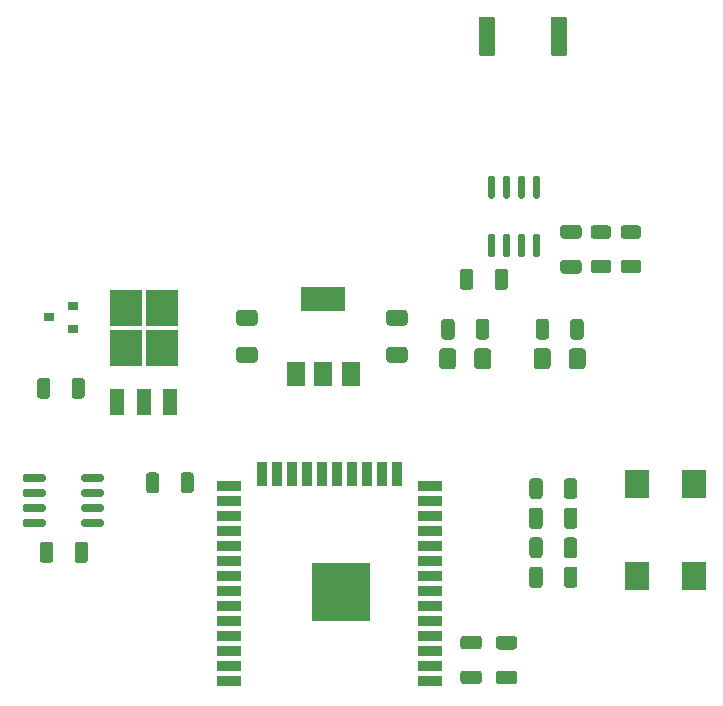
<source format=gbr>
%TF.GenerationSoftware,KiCad,Pcbnew,(5.1.7)-1*%
%TF.CreationDate,2021-01-13T20:34:28+01:00*%
%TF.ProjectId,HotPlateController,486f7450-6c61-4746-9543-6f6e74726f6c,rev?*%
%TF.SameCoordinates,Original*%
%TF.FileFunction,Paste,Top*%
%TF.FilePolarity,Positive*%
%FSLAX46Y46*%
G04 Gerber Fmt 4.6, Leading zero omitted, Abs format (unit mm)*
G04 Created by KiCad (PCBNEW (5.1.7)-1) date 2021-01-13 20:34:28*
%MOMM*%
%LPD*%
G01*
G04 APERTURE LIST*
%ADD10R,2.100000X2.400000*%
%ADD11R,2.750000X3.050000*%
%ADD12R,1.200000X2.200000*%
%ADD13R,0.900000X0.800000*%
%ADD14R,2.000000X0.900000*%
%ADD15R,0.900000X2.000000*%
%ADD16R,5.000000X5.000000*%
%ADD17R,1.500000X2.000000*%
%ADD18R,3.800000X2.000000*%
G04 APERTURE END LIST*
%TO.C,R9*%
G36*
G01*
X58738000Y-14125001D02*
X58738000Y-11274999D01*
G75*
G02*
X58987999Y-11025000I249999J0D01*
G01*
X59888001Y-11025000D01*
G75*
G02*
X60138000Y-11274999I0J-249999D01*
G01*
X60138000Y-14125001D01*
G75*
G02*
X59888001Y-14375000I-249999J0D01*
G01*
X58987999Y-14375000D01*
G75*
G02*
X58738000Y-14125001I0J249999D01*
G01*
G37*
G36*
G01*
X52638000Y-14125001D02*
X52638000Y-11274999D01*
G75*
G02*
X52887999Y-11025000I249999J0D01*
G01*
X53788001Y-11025000D01*
G75*
G02*
X54038000Y-11274999I0J-249999D01*
G01*
X54038000Y-14125001D01*
G75*
G02*
X53788001Y-14375000I-249999J0D01*
G01*
X52887999Y-14375000D01*
G75*
G02*
X52638000Y-14125001I0J249999D01*
G01*
G37*
%TD*%
%TO.C,C9*%
G36*
G01*
X18426000Y-57038001D02*
X18426000Y-55737999D01*
G75*
G02*
X18675999Y-55488000I249999J0D01*
G01*
X19326001Y-55488000D01*
G75*
G02*
X19576000Y-55737999I0J-249999D01*
G01*
X19576000Y-57038001D01*
G75*
G02*
X19326001Y-57288000I-249999J0D01*
G01*
X18675999Y-57288000D01*
G75*
G02*
X18426000Y-57038001I0J249999D01*
G01*
G37*
G36*
G01*
X15476000Y-57038001D02*
X15476000Y-55737999D01*
G75*
G02*
X15725999Y-55488000I249999J0D01*
G01*
X16376001Y-55488000D01*
G75*
G02*
X16626000Y-55737999I0J-249999D01*
G01*
X16626000Y-57038001D01*
G75*
G02*
X16376001Y-57288000I-249999J0D01*
G01*
X15725999Y-57288000D01*
G75*
G02*
X15476000Y-57038001I0J249999D01*
G01*
G37*
%TD*%
D10*
%TO.C,SW2*%
X70860000Y-58420000D03*
X70860000Y-50620000D03*
%TD*%
%TO.C,SW1*%
X66040000Y-58420000D03*
X66040000Y-50620000D03*
%TD*%
%TO.C,D2*%
G36*
G01*
X50725000Y-39375000D02*
X50725000Y-40625000D01*
G75*
G02*
X50475000Y-40875000I-250000J0D01*
G01*
X49550000Y-40875000D01*
G75*
G02*
X49300000Y-40625000I0J250000D01*
G01*
X49300000Y-39375000D01*
G75*
G02*
X49550000Y-39125000I250000J0D01*
G01*
X50475000Y-39125000D01*
G75*
G02*
X50725000Y-39375000I0J-250000D01*
G01*
G37*
G36*
G01*
X53700000Y-39375000D02*
X53700000Y-40625000D01*
G75*
G02*
X53450000Y-40875000I-250000J0D01*
G01*
X52525000Y-40875000D01*
G75*
G02*
X52275000Y-40625000I0J250000D01*
G01*
X52275000Y-39375000D01*
G75*
G02*
X52525000Y-39125000I250000J0D01*
G01*
X53450000Y-39125000D01*
G75*
G02*
X53700000Y-39375000I0J-250000D01*
G01*
G37*
%TD*%
%TO.C,D1*%
G36*
G01*
X58725000Y-39375000D02*
X58725000Y-40625000D01*
G75*
G02*
X58475000Y-40875000I-250000J0D01*
G01*
X57550000Y-40875000D01*
G75*
G02*
X57300000Y-40625000I0J250000D01*
G01*
X57300000Y-39375000D01*
G75*
G02*
X57550000Y-39125000I250000J0D01*
G01*
X58475000Y-39125000D01*
G75*
G02*
X58725000Y-39375000I0J-250000D01*
G01*
G37*
G36*
G01*
X61700000Y-39375000D02*
X61700000Y-40625000D01*
G75*
G02*
X61450000Y-40875000I-250000J0D01*
G01*
X60525000Y-40875000D01*
G75*
G02*
X60275000Y-40625000I0J250000D01*
G01*
X60275000Y-39375000D01*
G75*
G02*
X60525000Y-39125000I250000J0D01*
G01*
X61450000Y-39125000D01*
G75*
G02*
X61700000Y-39375000I0J-250000D01*
G01*
G37*
%TD*%
%TO.C,R1*%
G36*
G01*
X18170000Y-43125001D02*
X18170000Y-41874999D01*
G75*
G02*
X18419999Y-41625000I249999J0D01*
G01*
X19045001Y-41625000D01*
G75*
G02*
X19295000Y-41874999I0J-249999D01*
G01*
X19295000Y-43125001D01*
G75*
G02*
X19045001Y-43375000I-249999J0D01*
G01*
X18419999Y-43375000D01*
G75*
G02*
X18170000Y-43125001I0J249999D01*
G01*
G37*
G36*
G01*
X15245000Y-43125001D02*
X15245000Y-41874999D01*
G75*
G02*
X15494999Y-41625000I249999J0D01*
G01*
X16120001Y-41625000D01*
G75*
G02*
X16370000Y-41874999I0J-249999D01*
G01*
X16370000Y-43125001D01*
G75*
G02*
X16120001Y-43375000I-249999J0D01*
G01*
X15494999Y-43375000D01*
G75*
G02*
X15245000Y-43125001I0J249999D01*
G01*
G37*
%TD*%
D11*
%TO.C,Q2*%
X25795000Y-39075000D03*
X22745000Y-35725000D03*
X22745000Y-39075000D03*
X25795000Y-35725000D03*
D12*
X26550000Y-43700000D03*
X24270000Y-43700000D03*
X21990000Y-43700000D03*
%TD*%
D13*
%TO.C,Q1*%
X16270000Y-36500000D03*
X18270000Y-35550000D03*
X18270000Y-37450000D03*
%TD*%
%TO.C,R8*%
G36*
G01*
X50600000Y-36874999D02*
X50600000Y-38125001D01*
G75*
G02*
X50350001Y-38375000I-249999J0D01*
G01*
X49724999Y-38375000D01*
G75*
G02*
X49475000Y-38125001I0J249999D01*
G01*
X49475000Y-36874999D01*
G75*
G02*
X49724999Y-36625000I249999J0D01*
G01*
X50350001Y-36625000D01*
G75*
G02*
X50600000Y-36874999I0J-249999D01*
G01*
G37*
G36*
G01*
X53525000Y-36874999D02*
X53525000Y-38125001D01*
G75*
G02*
X53275001Y-38375000I-249999J0D01*
G01*
X52649999Y-38375000D01*
G75*
G02*
X52400000Y-38125001I0J249999D01*
G01*
X52400000Y-36874999D01*
G75*
G02*
X52649999Y-36625000I249999J0D01*
G01*
X53275001Y-36625000D01*
G75*
G02*
X53525000Y-36874999I0J-249999D01*
G01*
G37*
%TD*%
%TO.C,R7*%
G36*
G01*
X25600000Y-49874999D02*
X25600000Y-51125001D01*
G75*
G02*
X25350001Y-51375000I-249999J0D01*
G01*
X24724999Y-51375000D01*
G75*
G02*
X24475000Y-51125001I0J249999D01*
G01*
X24475000Y-49874999D01*
G75*
G02*
X24724999Y-49625000I249999J0D01*
G01*
X25350001Y-49625000D01*
G75*
G02*
X25600000Y-49874999I0J-249999D01*
G01*
G37*
G36*
G01*
X28525000Y-49874999D02*
X28525000Y-51125001D01*
G75*
G02*
X28275001Y-51375000I-249999J0D01*
G01*
X27649999Y-51375000D01*
G75*
G02*
X27400000Y-51125001I0J249999D01*
G01*
X27400000Y-49874999D01*
G75*
G02*
X27649999Y-49625000I249999J0D01*
G01*
X28275001Y-49625000D01*
G75*
G02*
X28525000Y-49874999I0J-249999D01*
G01*
G37*
%TD*%
%TO.C,R6*%
G36*
G01*
X58600000Y-36874999D02*
X58600000Y-38125001D01*
G75*
G02*
X58350001Y-38375000I-249999J0D01*
G01*
X57724999Y-38375000D01*
G75*
G02*
X57475000Y-38125001I0J249999D01*
G01*
X57475000Y-36874999D01*
G75*
G02*
X57724999Y-36625000I249999J0D01*
G01*
X58350001Y-36625000D01*
G75*
G02*
X58600000Y-36874999I0J-249999D01*
G01*
G37*
G36*
G01*
X61525000Y-36874999D02*
X61525000Y-38125001D01*
G75*
G02*
X61275001Y-38375000I-249999J0D01*
G01*
X60649999Y-38375000D01*
G75*
G02*
X60400000Y-38125001I0J249999D01*
G01*
X60400000Y-36874999D01*
G75*
G02*
X60649999Y-36625000I249999J0D01*
G01*
X61275001Y-36625000D01*
G75*
G02*
X61525000Y-36874999I0J-249999D01*
G01*
G37*
%TD*%
%TO.C,R5*%
G36*
G01*
X59860000Y-56625001D02*
X59860000Y-55374999D01*
G75*
G02*
X60109999Y-55125000I249999J0D01*
G01*
X60735001Y-55125000D01*
G75*
G02*
X60985000Y-55374999I0J-249999D01*
G01*
X60985000Y-56625001D01*
G75*
G02*
X60735001Y-56875000I-249999J0D01*
G01*
X60109999Y-56875000D01*
G75*
G02*
X59860000Y-56625001I0J249999D01*
G01*
G37*
G36*
G01*
X56935000Y-56625001D02*
X56935000Y-55374999D01*
G75*
G02*
X57184999Y-55125000I249999J0D01*
G01*
X57810001Y-55125000D01*
G75*
G02*
X58060000Y-55374999I0J-249999D01*
G01*
X58060000Y-56625001D01*
G75*
G02*
X57810001Y-56875000I-249999J0D01*
G01*
X57184999Y-56875000D01*
G75*
G02*
X56935000Y-56625001I0J249999D01*
G01*
G37*
%TD*%
%TO.C,R4*%
G36*
G01*
X59860000Y-51625001D02*
X59860000Y-50374999D01*
G75*
G02*
X60109999Y-50125000I249999J0D01*
G01*
X60735001Y-50125000D01*
G75*
G02*
X60985000Y-50374999I0J-249999D01*
G01*
X60985000Y-51625001D01*
G75*
G02*
X60735001Y-51875000I-249999J0D01*
G01*
X60109999Y-51875000D01*
G75*
G02*
X59860000Y-51625001I0J249999D01*
G01*
G37*
G36*
G01*
X56935000Y-51625001D02*
X56935000Y-50374999D01*
G75*
G02*
X57184999Y-50125000I249999J0D01*
G01*
X57810001Y-50125000D01*
G75*
G02*
X58060000Y-50374999I0J-249999D01*
G01*
X58060000Y-51625001D01*
G75*
G02*
X57810001Y-51875000I-249999J0D01*
G01*
X57184999Y-51875000D01*
G75*
G02*
X56935000Y-51625001I0J249999D01*
G01*
G37*
%TD*%
%TO.C,R3*%
G36*
G01*
X62366999Y-31634000D02*
X63617001Y-31634000D01*
G75*
G02*
X63867000Y-31883999I0J-249999D01*
G01*
X63867000Y-32509001D01*
G75*
G02*
X63617001Y-32759000I-249999J0D01*
G01*
X62366999Y-32759000D01*
G75*
G02*
X62117000Y-32509001I0J249999D01*
G01*
X62117000Y-31883999D01*
G75*
G02*
X62366999Y-31634000I249999J0D01*
G01*
G37*
G36*
G01*
X62366999Y-28709000D02*
X63617001Y-28709000D01*
G75*
G02*
X63867000Y-28958999I0J-249999D01*
G01*
X63867000Y-29584001D01*
G75*
G02*
X63617001Y-29834000I-249999J0D01*
G01*
X62366999Y-29834000D01*
G75*
G02*
X62117000Y-29584001I0J249999D01*
G01*
X62117000Y-28958999D01*
G75*
G02*
X62366999Y-28709000I249999J0D01*
G01*
G37*
%TD*%
%TO.C,R2*%
G36*
G01*
X66157001Y-29834000D02*
X64906999Y-29834000D01*
G75*
G02*
X64657000Y-29584001I0J249999D01*
G01*
X64657000Y-28958999D01*
G75*
G02*
X64906999Y-28709000I249999J0D01*
G01*
X66157001Y-28709000D01*
G75*
G02*
X66407000Y-28958999I0J-249999D01*
G01*
X66407000Y-29584001D01*
G75*
G02*
X66157001Y-29834000I-249999J0D01*
G01*
G37*
G36*
G01*
X66157001Y-32759000D02*
X64906999Y-32759000D01*
G75*
G02*
X64657000Y-32509001I0J249999D01*
G01*
X64657000Y-31883999D01*
G75*
G02*
X64906999Y-31634000I249999J0D01*
G01*
X66157001Y-31634000D01*
G75*
G02*
X66407000Y-31883999I0J-249999D01*
G01*
X66407000Y-32509001D01*
G75*
G02*
X66157001Y-32759000I-249999J0D01*
G01*
G37*
%TD*%
%TO.C,C8*%
G36*
G01*
X59860000Y-54150001D02*
X59860000Y-52849999D01*
G75*
G02*
X60109999Y-52600000I249999J0D01*
G01*
X60760001Y-52600000D01*
G75*
G02*
X61010000Y-52849999I0J-249999D01*
G01*
X61010000Y-54150001D01*
G75*
G02*
X60760001Y-54400000I-249999J0D01*
G01*
X60109999Y-54400000D01*
G75*
G02*
X59860000Y-54150001I0J249999D01*
G01*
G37*
G36*
G01*
X56910000Y-54150001D02*
X56910000Y-52849999D01*
G75*
G02*
X57159999Y-52600000I249999J0D01*
G01*
X57810001Y-52600000D01*
G75*
G02*
X58060000Y-52849999I0J-249999D01*
G01*
X58060000Y-54150001D01*
G75*
G02*
X57810001Y-54400000I-249999J0D01*
G01*
X57159999Y-54400000D01*
G75*
G02*
X56910000Y-54150001I0J249999D01*
G01*
G37*
%TD*%
%TO.C,C7*%
G36*
G01*
X59860000Y-59150001D02*
X59860000Y-57849999D01*
G75*
G02*
X60109999Y-57600000I249999J0D01*
G01*
X60760001Y-57600000D01*
G75*
G02*
X61010000Y-57849999I0J-249999D01*
G01*
X61010000Y-59150001D01*
G75*
G02*
X60760001Y-59400000I-249999J0D01*
G01*
X60109999Y-59400000D01*
G75*
G02*
X59860000Y-59150001I0J249999D01*
G01*
G37*
G36*
G01*
X56910000Y-59150001D02*
X56910000Y-57849999D01*
G75*
G02*
X57159999Y-57600000I249999J0D01*
G01*
X57810001Y-57600000D01*
G75*
G02*
X58060000Y-57849999I0J-249999D01*
G01*
X58060000Y-59150001D01*
G75*
G02*
X57810001Y-59400000I-249999J0D01*
G01*
X57159999Y-59400000D01*
G75*
G02*
X56910000Y-59150001I0J249999D01*
G01*
G37*
%TD*%
%TO.C,C6*%
G36*
G01*
X52186000Y-32623999D02*
X52186000Y-33924001D01*
G75*
G02*
X51936001Y-34174000I-249999J0D01*
G01*
X51285999Y-34174000D01*
G75*
G02*
X51036000Y-33924001I0J249999D01*
G01*
X51036000Y-32623999D01*
G75*
G02*
X51285999Y-32374000I249999J0D01*
G01*
X51936001Y-32374000D01*
G75*
G02*
X52186000Y-32623999I0J-249999D01*
G01*
G37*
G36*
G01*
X55136000Y-32623999D02*
X55136000Y-33924001D01*
G75*
G02*
X54886001Y-34174000I-249999J0D01*
G01*
X54235999Y-34174000D01*
G75*
G02*
X53986000Y-33924001I0J249999D01*
G01*
X53986000Y-32623999D01*
G75*
G02*
X54235999Y-32374000I249999J0D01*
G01*
X54886001Y-32374000D01*
G75*
G02*
X55136000Y-32623999I0J-249999D01*
G01*
G37*
%TD*%
%TO.C,C5*%
G36*
G01*
X61102001Y-29834000D02*
X59801999Y-29834000D01*
G75*
G02*
X59552000Y-29584001I0J249999D01*
G01*
X59552000Y-28933999D01*
G75*
G02*
X59801999Y-28684000I249999J0D01*
G01*
X61102001Y-28684000D01*
G75*
G02*
X61352000Y-28933999I0J-249999D01*
G01*
X61352000Y-29584001D01*
G75*
G02*
X61102001Y-29834000I-249999J0D01*
G01*
G37*
G36*
G01*
X61102001Y-32784000D02*
X59801999Y-32784000D01*
G75*
G02*
X59552000Y-32534001I0J249999D01*
G01*
X59552000Y-31883999D01*
G75*
G02*
X59801999Y-31634000I249999J0D01*
G01*
X61102001Y-31634000D01*
G75*
G02*
X61352000Y-31883999I0J-249999D01*
G01*
X61352000Y-32534001D01*
G75*
G02*
X61102001Y-32784000I-249999J0D01*
G01*
G37*
%TD*%
%TO.C,C4*%
G36*
G01*
X52650001Y-64600000D02*
X51349999Y-64600000D01*
G75*
G02*
X51100000Y-64350001I0J249999D01*
G01*
X51100000Y-63699999D01*
G75*
G02*
X51349999Y-63450000I249999J0D01*
G01*
X52650001Y-63450000D01*
G75*
G02*
X52900000Y-63699999I0J-249999D01*
G01*
X52900000Y-64350001D01*
G75*
G02*
X52650001Y-64600000I-249999J0D01*
G01*
G37*
G36*
G01*
X52650001Y-67550000D02*
X51349999Y-67550000D01*
G75*
G02*
X51100000Y-67300001I0J249999D01*
G01*
X51100000Y-66649999D01*
G75*
G02*
X51349999Y-66400000I249999J0D01*
G01*
X52650001Y-66400000D01*
G75*
G02*
X52900000Y-66649999I0J-249999D01*
G01*
X52900000Y-67300001D01*
G75*
G02*
X52650001Y-67550000I-249999J0D01*
G01*
G37*
%TD*%
%TO.C,C3*%
G36*
G01*
X54349999Y-66425000D02*
X55650001Y-66425000D01*
G75*
G02*
X55900000Y-66674999I0J-249999D01*
G01*
X55900000Y-67325001D01*
G75*
G02*
X55650001Y-67575000I-249999J0D01*
G01*
X54349999Y-67575000D01*
G75*
G02*
X54100000Y-67325001I0J249999D01*
G01*
X54100000Y-66674999D01*
G75*
G02*
X54349999Y-66425000I249999J0D01*
G01*
G37*
G36*
G01*
X54349999Y-63475000D02*
X55650001Y-63475000D01*
G75*
G02*
X55900000Y-63724999I0J-249999D01*
G01*
X55900000Y-64375001D01*
G75*
G02*
X55650001Y-64625000I-249999J0D01*
G01*
X54349999Y-64625000D01*
G75*
G02*
X54100000Y-64375001I0J249999D01*
G01*
X54100000Y-63724999D01*
G75*
G02*
X54349999Y-63475000I249999J0D01*
G01*
G37*
%TD*%
%TO.C,U4*%
G36*
G01*
X18975000Y-50245000D02*
X18975000Y-49945000D01*
G75*
G02*
X19125000Y-49795000I150000J0D01*
G01*
X20775000Y-49795000D01*
G75*
G02*
X20925000Y-49945000I0J-150000D01*
G01*
X20925000Y-50245000D01*
G75*
G02*
X20775000Y-50395000I-150000J0D01*
G01*
X19125000Y-50395000D01*
G75*
G02*
X18975000Y-50245000I0J150000D01*
G01*
G37*
G36*
G01*
X18975000Y-51515000D02*
X18975000Y-51215000D01*
G75*
G02*
X19125000Y-51065000I150000J0D01*
G01*
X20775000Y-51065000D01*
G75*
G02*
X20925000Y-51215000I0J-150000D01*
G01*
X20925000Y-51515000D01*
G75*
G02*
X20775000Y-51665000I-150000J0D01*
G01*
X19125000Y-51665000D01*
G75*
G02*
X18975000Y-51515000I0J150000D01*
G01*
G37*
G36*
G01*
X18975000Y-52785000D02*
X18975000Y-52485000D01*
G75*
G02*
X19125000Y-52335000I150000J0D01*
G01*
X20775000Y-52335000D01*
G75*
G02*
X20925000Y-52485000I0J-150000D01*
G01*
X20925000Y-52785000D01*
G75*
G02*
X20775000Y-52935000I-150000J0D01*
G01*
X19125000Y-52935000D01*
G75*
G02*
X18975000Y-52785000I0J150000D01*
G01*
G37*
G36*
G01*
X18975000Y-54055000D02*
X18975000Y-53755000D01*
G75*
G02*
X19125000Y-53605000I150000J0D01*
G01*
X20775000Y-53605000D01*
G75*
G02*
X20925000Y-53755000I0J-150000D01*
G01*
X20925000Y-54055000D01*
G75*
G02*
X20775000Y-54205000I-150000J0D01*
G01*
X19125000Y-54205000D01*
G75*
G02*
X18975000Y-54055000I0J150000D01*
G01*
G37*
G36*
G01*
X14025000Y-54055000D02*
X14025000Y-53755000D01*
G75*
G02*
X14175000Y-53605000I150000J0D01*
G01*
X15825000Y-53605000D01*
G75*
G02*
X15975000Y-53755000I0J-150000D01*
G01*
X15975000Y-54055000D01*
G75*
G02*
X15825000Y-54205000I-150000J0D01*
G01*
X14175000Y-54205000D01*
G75*
G02*
X14025000Y-54055000I0J150000D01*
G01*
G37*
G36*
G01*
X14025000Y-52785000D02*
X14025000Y-52485000D01*
G75*
G02*
X14175000Y-52335000I150000J0D01*
G01*
X15825000Y-52335000D01*
G75*
G02*
X15975000Y-52485000I0J-150000D01*
G01*
X15975000Y-52785000D01*
G75*
G02*
X15825000Y-52935000I-150000J0D01*
G01*
X14175000Y-52935000D01*
G75*
G02*
X14025000Y-52785000I0J150000D01*
G01*
G37*
G36*
G01*
X14025000Y-51515000D02*
X14025000Y-51215000D01*
G75*
G02*
X14175000Y-51065000I150000J0D01*
G01*
X15825000Y-51065000D01*
G75*
G02*
X15975000Y-51215000I0J-150000D01*
G01*
X15975000Y-51515000D01*
G75*
G02*
X15825000Y-51665000I-150000J0D01*
G01*
X14175000Y-51665000D01*
G75*
G02*
X14025000Y-51515000I0J150000D01*
G01*
G37*
G36*
G01*
X14025000Y-50245000D02*
X14025000Y-49945000D01*
G75*
G02*
X14175000Y-49795000I150000J0D01*
G01*
X15825000Y-49795000D01*
G75*
G02*
X15975000Y-49945000I0J-150000D01*
G01*
X15975000Y-50245000D01*
G75*
G02*
X15825000Y-50395000I-150000J0D01*
G01*
X14175000Y-50395000D01*
G75*
G02*
X14025000Y-50245000I0J150000D01*
G01*
G37*
%TD*%
D14*
%TO.C,U3*%
X31500000Y-67255000D03*
X31500000Y-65985000D03*
X31500000Y-64715000D03*
X31500000Y-63445000D03*
X31500000Y-62175000D03*
X31500000Y-60905000D03*
X31500000Y-59635000D03*
X31500000Y-58365000D03*
X31500000Y-57095000D03*
X31500000Y-55825000D03*
X31500000Y-54555000D03*
X31500000Y-53285000D03*
X31500000Y-52015000D03*
X31500000Y-50745000D03*
D15*
X34285000Y-49745000D03*
X35555000Y-49745000D03*
X36825000Y-49745000D03*
X38095000Y-49745000D03*
X39365000Y-49745000D03*
X40635000Y-49745000D03*
X41905000Y-49745000D03*
X43175000Y-49745000D03*
X44445000Y-49745000D03*
X45715000Y-49745000D03*
D14*
X48500000Y-50745000D03*
X48500000Y-52015000D03*
X48500000Y-53285000D03*
X48500000Y-54555000D03*
X48500000Y-55825000D03*
X48500000Y-57095000D03*
X48500000Y-58365000D03*
X48500000Y-59635000D03*
X48500000Y-60905000D03*
X48500000Y-62175000D03*
X48500000Y-63445000D03*
X48500000Y-64715000D03*
X48500000Y-65985000D03*
X48500000Y-67255000D03*
D16*
X41000000Y-59755000D03*
%TD*%
%TO.C,U2*%
G36*
G01*
X57381000Y-29440000D02*
X57681000Y-29440000D01*
G75*
G02*
X57831000Y-29590000I0J-150000D01*
G01*
X57831000Y-31240000D01*
G75*
G02*
X57681000Y-31390000I-150000J0D01*
G01*
X57381000Y-31390000D01*
G75*
G02*
X57231000Y-31240000I0J150000D01*
G01*
X57231000Y-29590000D01*
G75*
G02*
X57381000Y-29440000I150000J0D01*
G01*
G37*
G36*
G01*
X56111000Y-29440000D02*
X56411000Y-29440000D01*
G75*
G02*
X56561000Y-29590000I0J-150000D01*
G01*
X56561000Y-31240000D01*
G75*
G02*
X56411000Y-31390000I-150000J0D01*
G01*
X56111000Y-31390000D01*
G75*
G02*
X55961000Y-31240000I0J150000D01*
G01*
X55961000Y-29590000D01*
G75*
G02*
X56111000Y-29440000I150000J0D01*
G01*
G37*
G36*
G01*
X54841000Y-29440000D02*
X55141000Y-29440000D01*
G75*
G02*
X55291000Y-29590000I0J-150000D01*
G01*
X55291000Y-31240000D01*
G75*
G02*
X55141000Y-31390000I-150000J0D01*
G01*
X54841000Y-31390000D01*
G75*
G02*
X54691000Y-31240000I0J150000D01*
G01*
X54691000Y-29590000D01*
G75*
G02*
X54841000Y-29440000I150000J0D01*
G01*
G37*
G36*
G01*
X53571000Y-29440000D02*
X53871000Y-29440000D01*
G75*
G02*
X54021000Y-29590000I0J-150000D01*
G01*
X54021000Y-31240000D01*
G75*
G02*
X53871000Y-31390000I-150000J0D01*
G01*
X53571000Y-31390000D01*
G75*
G02*
X53421000Y-31240000I0J150000D01*
G01*
X53421000Y-29590000D01*
G75*
G02*
X53571000Y-29440000I150000J0D01*
G01*
G37*
G36*
G01*
X53571000Y-24490000D02*
X53871000Y-24490000D01*
G75*
G02*
X54021000Y-24640000I0J-150000D01*
G01*
X54021000Y-26290000D01*
G75*
G02*
X53871000Y-26440000I-150000J0D01*
G01*
X53571000Y-26440000D01*
G75*
G02*
X53421000Y-26290000I0J150000D01*
G01*
X53421000Y-24640000D01*
G75*
G02*
X53571000Y-24490000I150000J0D01*
G01*
G37*
G36*
G01*
X54841000Y-24490000D02*
X55141000Y-24490000D01*
G75*
G02*
X55291000Y-24640000I0J-150000D01*
G01*
X55291000Y-26290000D01*
G75*
G02*
X55141000Y-26440000I-150000J0D01*
G01*
X54841000Y-26440000D01*
G75*
G02*
X54691000Y-26290000I0J150000D01*
G01*
X54691000Y-24640000D01*
G75*
G02*
X54841000Y-24490000I150000J0D01*
G01*
G37*
G36*
G01*
X56111000Y-24490000D02*
X56411000Y-24490000D01*
G75*
G02*
X56561000Y-24640000I0J-150000D01*
G01*
X56561000Y-26290000D01*
G75*
G02*
X56411000Y-26440000I-150000J0D01*
G01*
X56111000Y-26440000D01*
G75*
G02*
X55961000Y-26290000I0J150000D01*
G01*
X55961000Y-24640000D01*
G75*
G02*
X56111000Y-24490000I150000J0D01*
G01*
G37*
G36*
G01*
X57381000Y-24490000D02*
X57681000Y-24490000D01*
G75*
G02*
X57831000Y-24640000I0J-150000D01*
G01*
X57831000Y-26290000D01*
G75*
G02*
X57681000Y-26440000I-150000J0D01*
G01*
X57381000Y-26440000D01*
G75*
G02*
X57231000Y-26290000I0J150000D01*
G01*
X57231000Y-24640000D01*
G75*
G02*
X57381000Y-24490000I150000J0D01*
G01*
G37*
%TD*%
D17*
%TO.C,U1*%
X37200000Y-41250000D03*
X41800000Y-41250000D03*
X39500000Y-41250000D03*
D18*
X39500000Y-34950000D03*
%TD*%
%TO.C,C2*%
G36*
G01*
X32369999Y-39000000D02*
X33670001Y-39000000D01*
G75*
G02*
X33920000Y-39249999I0J-249999D01*
G01*
X33920000Y-40075001D01*
G75*
G02*
X33670001Y-40325000I-249999J0D01*
G01*
X32369999Y-40325000D01*
G75*
G02*
X32120000Y-40075001I0J249999D01*
G01*
X32120000Y-39249999D01*
G75*
G02*
X32369999Y-39000000I249999J0D01*
G01*
G37*
G36*
G01*
X32369999Y-35875000D02*
X33670001Y-35875000D01*
G75*
G02*
X33920000Y-36124999I0J-249999D01*
G01*
X33920000Y-36950001D01*
G75*
G02*
X33670001Y-37200000I-249999J0D01*
G01*
X32369999Y-37200000D01*
G75*
G02*
X32120000Y-36950001I0J249999D01*
G01*
X32120000Y-36124999D01*
G75*
G02*
X32369999Y-35875000I249999J0D01*
G01*
G37*
%TD*%
%TO.C,C1*%
G36*
G01*
X46370001Y-37200000D02*
X45069999Y-37200000D01*
G75*
G02*
X44820000Y-36950001I0J249999D01*
G01*
X44820000Y-36124999D01*
G75*
G02*
X45069999Y-35875000I249999J0D01*
G01*
X46370001Y-35875000D01*
G75*
G02*
X46620000Y-36124999I0J-249999D01*
G01*
X46620000Y-36950001D01*
G75*
G02*
X46370001Y-37200000I-249999J0D01*
G01*
G37*
G36*
G01*
X46370001Y-40325000D02*
X45069999Y-40325000D01*
G75*
G02*
X44820000Y-40075001I0J249999D01*
G01*
X44820000Y-39249999D01*
G75*
G02*
X45069999Y-39000000I249999J0D01*
G01*
X46370001Y-39000000D01*
G75*
G02*
X46620000Y-39249999I0J-249999D01*
G01*
X46620000Y-40075001D01*
G75*
G02*
X46370001Y-40325000I-249999J0D01*
G01*
G37*
%TD*%
M02*

</source>
